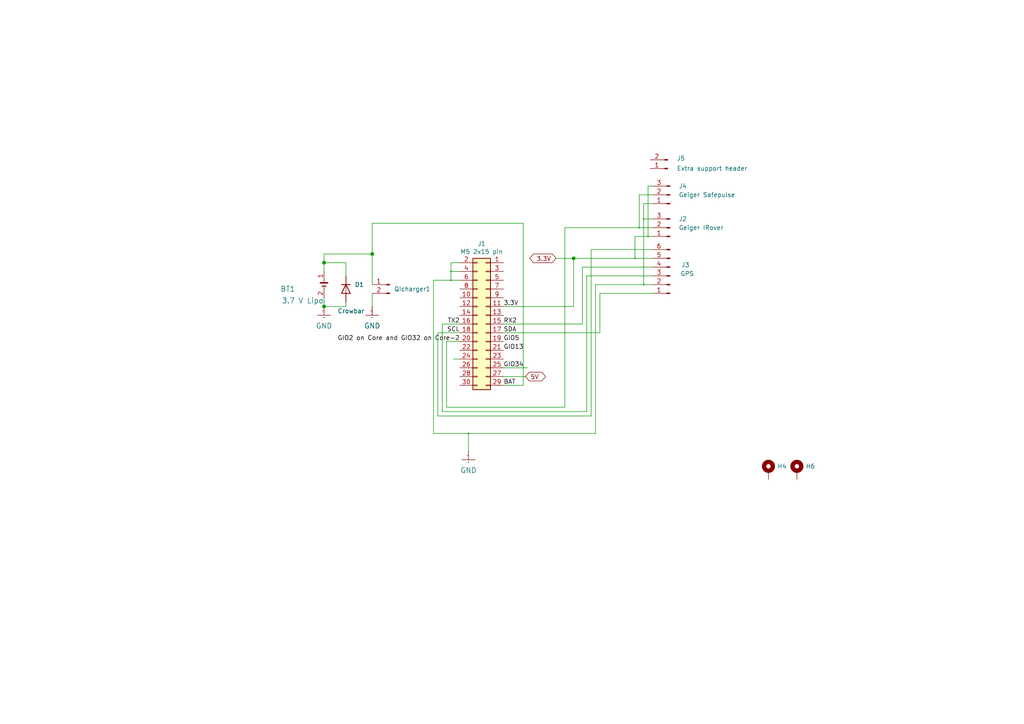
<source format=kicad_sch>
(kicad_sch (version 20240417) (generator "eeschema") (generator_version "8.99")
  (paper "A4")
  (title_block (title "bGeigieZen V4.0.5 rNFW") (date "2024-05-31") (rev "V4.0.5 NFW") (company "GitHub link at https://github.com/Safecast/bGeigieZen") (comment 1 "Not For Whimps version"))
  (lib_symbols
    (symbol "Connector:Conn_01x02_Male" (pin_names hide)
      (symbol "Conn_01x02_Male_1_1"
        (rectangle (start 0.8636 0.127) (end 0 -0.127) (fill (type outline)))
        (rectangle (start 0.8636 -2.413) (end 0 -2.667) (fill (type outline)))
        (polyline (pts (xy 1.27 0) (xy 0.8636 0)))
        (polyline (pts (xy 1.27 -2.54) (xy 0.8636 -2.54)))
        (pin passive line (at 5.08 0 180) (length 3.81) (name "Pin_1") (number "1"))
        (pin passive line (at 5.08 -2.54 180) (length 3.81) (name "Pin_2") (number "2"))
      )
    )
    (symbol "Connector:Conn_01x02_Male_1" (pin_names (offset 1.016) hide)
      (property "Reference" "J" (at 0 2.54 0))
      (property "Value" "Conn_01x02_Male" (at 0 -5.08 0))
      (symbol "Conn_01x02_Male_1_1_1"
        (rectangle (start 0.8636 0.127) (end 0 -0.127) (stroke (width 0.1524)) (fill (type outline)))
        (rectangle (start 0.8636 -2.413) (end 0 -2.667) (stroke (width 0.1524)) (fill (type outline)))
        (polyline (pts (xy 1.27 0) (xy 0.8636 0)) (stroke (width 0.1524)))
        (polyline (pts (xy 1.27 -2.54) (xy 0.8636 -2.54)) (stroke (width 0.1524)))
        (pin passive line (at 5.08 0 180) (length 3.81) (name "Pin_1") (number "1"))
        (pin passive line (at 5.08 -2.54 180) (length 3.81) (name "Pin_2") (number "2"))
      )
    )
    (symbol "Connector:Conn_01x03_Male" (pin_names hide)
      (property "Reference" "J" (at 0 5.08 0))
      (property "Value" "Conn_01x03_Male" (at 0 -5.08 0))
      (symbol "Conn_01x03_Male_1_1"
        (rectangle (start 0.8636 2.667) (end 0 2.413) (stroke (width 0.1524)) (fill (type outline)))
        (rectangle (start 0.8636 0.127) (end 0 -0.127) (stroke (width 0.1524)) (fill (type outline)))
        (rectangle (start 0.8636 -2.413) (end 0 -2.667) (stroke (width 0.1524)) (fill (type outline)))
        (polyline (pts (xy 1.27 2.54) (xy 0.8636 2.54)) (stroke (width 0.1524)))
        (polyline (pts (xy 1.27 0) (xy 0.8636 0)) (stroke (width 0.1524)))
        (polyline (pts (xy 1.27 -2.54) (xy 0.8636 -2.54)) (stroke (width 0.1524)))
        (pin passive line (at 5.08 2.54 180) (length 3.81) (name "Pin_1") (number "1"))
        (pin passive line (at 5.08 0 180) (length 3.81) (name "Pin_2") (number "2"))
        (pin passive line (at 5.08 -2.54 180) (length 3.81) (name "Pin_3") (number "3"))
      )
    )
    (symbol "Connector:Conn_01x06_Male" (pin_names (offset 1.016) hide)
      (property "Reference" "J" (at 0 7.62 0))
      (property "Value" "Conn_01x06_Male" (at 0 -10.16 0))
      (symbol "Conn_01x06_Male_1_1"
        (rectangle (start 0.8636 5.207) (end 0 4.953) (stroke (width 0.1524)) (fill (type outline)))
        (rectangle (start 0.8636 2.667) (end 0 2.413) (stroke (width 0.1524)) (fill (type outline)))
        (rectangle (start 0.8636 0.127) (end 0 -0.127) (stroke (width 0.1524)) (fill (type outline)))
        (rectangle (start 0.8636 -2.413) (end 0 -2.667) (stroke (width 0.1524)) (fill (type outline)))
        (rectangle (start 0.8636 -4.953) (end 0 -5.207) (stroke (width 0.1524)) (fill (type outline)))
        (rectangle (start 0.8636 -7.493) (end 0 -7.747) (stroke (width 0.1524)) (fill (type outline)))
        (polyline (pts (xy 1.27 5.08) (xy 0.8636 5.08)) (stroke (width 0.1524)))
        (polyline (pts (xy 1.27 2.54) (xy 0.8636 2.54)) (stroke (width 0.1524)))
        (polyline (pts (xy 1.27 0) (xy 0.8636 0)) (stroke (width 0.1524)))
        (polyline (pts (xy 1.27 -2.54) (xy 0.8636 -2.54)) (stroke (width 0.1524)))
        (polyline (pts (xy 1.27 -5.08) (xy 0.8636 -5.08)) (stroke (width 0.1524)))
        (polyline (pts (xy 1.27 -7.62) (xy 0.8636 -7.62)) (stroke (width 0.1524)))
        (pin passive line (at 5.08 5.08 180) (length 3.81) (name "Pin_1") (number "1"))
        (pin passive line (at 5.08 2.54 180) (length 3.81) (name "Pin_2") (number "2"))
        (pin passive line (at 5.08 0 180) (length 3.81) (name "Pin_3") (number "3"))
        (pin passive line (at 5.08 -2.54 180) (length 3.81) (name "Pin_4") (number "4"))
        (pin passive line (at 5.08 -5.08 180) (length 3.81) (name "Pin_5") (number "5"))
        (pin passive line (at 5.08 -7.62 180) (length 3.81) (name "Pin_6") (number "6"))
      )
    )
    (symbol "Connector_Generic:Conn_02x15_Odd_Even" (pin_names hide)
      (property "Reference" "J" (at 1.27 20.32 0))
      (property "Value" "Conn_02x15_Odd_Even" (at 1.27 -20.32 0))
      (symbol "Conn_02x15_Odd_Even_1_1"
        (rectangle (start -1.27 19.05) (end 3.81 -19.05) (stroke (width 0.254)) (fill (type background)))
        (rectangle (start -1.27 17.907) (end 0 17.653))
        (rectangle (start -1.27 15.367) (end 0 15.113))
        (rectangle (start -1.27 12.827) (end 0 12.573))
        (rectangle (start -1.27 10.287) (end 0 10.033))
        (rectangle (start -1.27 7.747) (end 0 7.493))
        (rectangle (start -1.27 5.207) (end 0 4.953))
        (rectangle (start -1.27 2.667) (end 0 2.413))
        (rectangle (start -1.27 0.127) (end 0 -0.127))
        (rectangle (start -1.27 -2.413) (end 0 -2.667))
        (rectangle (start -1.27 -4.953) (end 0 -5.207))
        (rectangle (start -1.27 -7.493) (end 0 -7.747))
        (rectangle (start -1.27 -10.033) (end 0 -10.287))
        (rectangle (start -1.27 -12.573) (end 0 -12.827))
        (rectangle (start -1.27 -15.113) (end 0 -15.367))
        (rectangle (start -1.27 -17.653) (end 0 -17.907))
        (rectangle (start 3.81 17.907) (end 2.54 17.653))
        (rectangle (start 3.81 15.367) (end 2.54 15.113))
        (rectangle (start 3.81 12.827) (end 2.54 12.573))
        (rectangle (start 3.81 10.287) (end 2.54 10.033))
        (rectangle (start 3.81 7.747) (end 2.54 7.493))
        (rectangle (start 3.81 5.207) (end 2.54 4.953))
        (rectangle (start 3.81 2.667) (end 2.54 2.413))
        (rectangle (start 3.81 0.127) (end 2.54 -0.127))
        (rectangle (start 3.81 -2.413) (end 2.54 -2.667))
        (rectangle (start 3.81 -4.953) (end 2.54 -5.207))
        (rectangle (start 3.81 -7.493) (end 2.54 -7.747))
        (rectangle (start 3.81 -10.033) (end 2.54 -10.287))
        (rectangle (start 3.81 -12.573) (end 2.54 -12.827))
        (rectangle (start 3.81 -15.113) (end 2.54 -15.367))
        (rectangle (start 3.81 -17.653) (end 2.54 -17.907))
        (pin passive line (at -5.08 17.78 0) (length 3.81) (name "Pin_1") (number "1"))
        (pin passive line (at 7.62 7.62 180) (length 3.81) (name "Pin_10") (number "10"))
        (pin passive line (at -5.08 5.08 0) (length 3.81) (name "Pin_11") (number "11"))
        (pin passive line (at 7.62 5.08 180) (length 3.81) (name "Pin_12") (number "12"))
        (pin passive line (at -5.08 2.54 0) (length 3.81) (name "Pin_13") (number "13"))
        (pin passive line (at 7.62 2.54 180) (length 3.81) (name "Pin_14") (number "14"))
        (pin passive line (at -5.08 0 0) (length 3.81) (name "Pin_15") (number "15"))
        (pin passive line (at 7.62 0 180) (length 3.81) (name "Pin_16") (number "16"))
        (pin passive line (at -5.08 -2.54 0) (length 3.81) (name "Pin_17") (number "17"))
        (pin passive line (at 7.62 -2.54 180) (length 3.81) (name "Pin_18") (number "18"))
        (pin passive line (at -5.08 -5.08 0) (length 3.81) (name "Pin_19") (number "19"))
        (pin passive line (at 7.62 17.78 180) (length 3.81) (name "Pin_2") (number "2"))
        (pin passive line (at 7.62 -5.08 180) (length 3.81) (name "Pin_20") (number "20"))
        (pin passive line (at -5.08 -7.62 0) (length 3.81) (name "Pin_21") (number "21"))
        (pin passive line (at 7.62 -7.62 180) (length 3.81) (name "Pin_22") (number "22"))
        (pin passive line (at -5.08 -10.16 0) (length 3.81) (name "Pin_23") (number "23"))
        (pin passive line (at 7.62 -10.16 180) (length 3.81) (name "Pin_24") (number "24"))
        (pin passive line (at -5.08 -12.7 0) (length 3.81) (name "Pin_25") (number "25"))
        (pin passive line (at 7.62 -12.7 180) (length 3.81) (name "Pin_26") (number "26"))
        (pin passive line (at -5.08 -15.24 0) (length 3.81) (name "Pin_27") (number "27"))
        (pin passive line (at 7.62 -15.24 180) (length 3.81) (name "Pin_28") (number "28"))
        (pin passive line (at -5.08 -17.78 0) (length 3.81) (name "Pin_29") (number "29"))
        (pin passive line (at -5.08 15.24 0) (length 3.81) (name "Pin_3") (number "3"))
        (pin passive line (at 7.62 -17.78 180) (length 3.81) (name "Pin_30") (number "30"))
        (pin passive line (at 7.62 15.24 180) (length 3.81) (name "Pin_4") (number "4"))
        (pin passive line (at -5.08 12.7 0) (length 3.81) (name "Pin_5") (number "5"))
        (pin passive line (at 7.62 12.7 180) (length 3.81) (name "Pin_6") (number "6"))
        (pin passive line (at -5.08 10.16 0) (length 3.81) (name "Pin_7") (number "7"))
        (pin passive line (at 7.62 10.16 180) (length 3.81) (name "Pin_8") (number "8"))
        (pin passive line (at -5.08 7.62 0) (length 3.81) (name "Pin_9") (number "9"))
      )
    )
    (symbol "Device:D" (pin_numbers hide) (pin_names (offset 1.016) hide)
      (property "Reference" "D" (at 0 2.54 0))
      (property "Value" "D" (at 0 -2.54 0))
      (symbol "D_0_1"
        (polyline (pts (xy -1.27 1.27) (xy -1.27 -1.27)) (stroke (width 0.254)))
        (polyline (pts (xy 1.27 1.27) (xy 1.27 -1.27) (xy -1.27 0) (xy 1.27 1.27)) (stroke (width 0.254)))
        (polyline (pts (xy 1.27 0) (xy -1.27 0)))
      )
      (symbol "D_1_1"
        (pin passive line (at -3.81 0 0) (length 2.54) (name "K") (number "1"))
        (pin passive line (at 3.81 0 180) (length 2.54) (name "A") (number "2"))
      )
    )
    (symbol "Mechanical:MountingHole_Pad" (pin_numbers hide) (pin_names hide)
      (property "Reference" "H" (at 0 6.35 0))
      (property "Value" "MountingHole_Pad" (at 0 4.445 0))
      (symbol "MountingHole_Pad_0_1"
        (circle (center 0 1.27) (radius 1.27) (stroke (width 1.27)))
      )
      (symbol "MountingHole_Pad_1_1"
        (pin input line (at 0 -2.54 90) (length 2.54) (name "1") (number "1"))
      )
    )
    (symbol "bGeigieRaku-V2-rescue:BATTERY-akizuki-M5_board-rescue" (pin_names hide)
      (property "Reference" "BT" (at 0 -7.62 0))
      (property "Value" "BATTERY-akizuki-M5_board-rescue" (at 0 6.35 0))
      (symbol "BATTERY-akizuki-M5_board-rescue_0_1"
        (rectangle (start -1.143 0.635) (end 1.143 0.381) (fill (type outline)))
        (rectangle (start -0.635 -0.381) (end 0.635 -0.508))
        (polyline (pts (xy 0 1.27) (xy 0 0.635)))
        (polyline (pts (xy 0 -0.508) (xy 0 -1.27)))
      )
      (symbol "BATTERY-akizuki-M5_board-rescue_1_1"
        (pin input line (at 0 3.81 270) (length 2.54) (name "+") (number "1"))
        (pin input line (at 0 -3.81 90) (length 2.54) (name "-") (number "2"))
      )
    )
    (symbol "bGeigieRaku-V2-rescue:GND-bGeigieNano_V1.1.5" (power)
      (property "Value" "GND-bGeigieNano_V1.1.5" (at 0 -0.254 0))
      (symbol "GND-bGeigieNano_V1.1.5_1_0"
        (polyline (pts (xy -1.905 0) (xy 1.905 0)))
        (pin power_in line (at 0 2.54 270) (length 2.54) (name "GND") (number "1"))
      )
    )
  )
  (junction (at 107.95 73.66))
  (junction (at 93.98 88.9))
  (junction (at 93.98 76.2))
  (junction (at 186.69 82.55) (diameter 0.3048))
  (junction (at 166.37 74.93))
  (junction (at 130.81 81.28) (diameter 0.3048))
  (junction (at 186.69 63.5) (diameter 0.3048))
  (junction (at 185.42 66.04) (diameter 0.3048))
  (junction (at 184.15 74.93) (diameter 0.3048))
  (junction (at 187.96 68.58) (diameter 0.3048))
  (junction (at 135.89 125.73) (diameter 0.3048))
  (junction (at 130.81 78.74) (diameter 0.3048))
  (wire (pts (xy 173.99 85.09) (xy 173.99 96.52)))
  (wire (pts (xy 127 96.52) (xy 133.35 96.52)))
  (wire (pts (xy 127 120.65) (xy 127 96.52)))
  (wire (pts (xy 186.69 59.055) (xy 189.23 59.055)))
  (wire (pts (xy 186.69 82.55) (xy 172.72 82.55)))
  (wire (pts (xy 130.81 78.74) (xy 133.35 78.74)))
  (wire (pts (xy 189.23 85.09) (xy 173.99 85.09)))
  (wire (pts (xy 100.33 87.63) (xy 100.33 88.9)))
  (wire (pts (xy 135.89 125.73) (xy 135.89 130.81)))
  (wire (pts (xy 135.89 125.73) (xy 172.72 125.73)))
  (wire (pts (xy 107.95 64.77) (xy 151.765 64.77)))
  (wire (pts (xy 146.05 109.22) (xy 152.4 109.22)))
  (wire (pts (xy 151.765 111.76) (xy 146.05 111.76)))
  (wire (pts (xy 130.81 81.28) (xy 133.35 81.28)))
  (wire (pts (xy 161.29 74.93) (xy 166.37 74.93)))
  (wire (pts (xy 189.23 66.04) (xy 185.42 66.04)))
  (wire (pts (xy 93.98 86.36) (xy 93.98 88.9)))
  (wire (pts (xy 146.05 96.52) (xy 173.99 96.52)))
  (wire (pts (xy 130.81 78.74) (xy 130.81 76.2)))
  (wire (pts (xy 170.18 119.38) (xy 128.27 119.38)))
  (wire (pts (xy 168.91 93.98) (xy 146.05 93.98)))
  (wire (pts (xy 125.73 125.73) (xy 125.73 81.28)))
  (wire (pts (xy 129.54 118.11) (xy 163.83 118.11)))
  (wire (pts (xy 128.27 93.98) (xy 133.35 93.98)))
  (wire (pts (xy 186.69 82.55) (xy 186.69 63.5)))
  (wire (pts (xy 100.33 80.01) (xy 100.33 76.2)))
  (wire (pts (xy 184.15 74.93) (xy 184.15 68.58)))
  (wire (pts (xy 125.73 125.73) (xy 135.89 125.73)))
  (wire (pts (xy 187.96 53.975) (xy 187.96 68.58)))
  (wire (pts (xy 133.35 104.14) (xy 131.445 104.14)))
  (wire (pts (xy 129.54 118.11) (xy 129.54 99.06)))
  (wire (pts (xy 163.83 66.04) (xy 185.42 66.04)))
  (wire (pts (xy 107.95 64.77) (xy 107.95 73.66)))
  (wire (pts (xy 130.81 81.28) (xy 130.81 78.74)))
  (wire (pts (xy 125.73 81.28) (xy 130.81 81.28)))
  (wire (pts (xy 171.45 72.39) (xy 189.23 72.39)))
  (wire (pts (xy 170.18 80.01) (xy 170.18 119.38)))
  (wire (pts (xy 189.23 77.47) (xy 168.91 77.47)))
  (wire (pts (xy 185.42 56.515) (xy 185.42 66.04)))
  (wire (pts (xy 189.23 56.515) (xy 185.42 56.515)))
  (wire (pts (xy 146.05 88.9) (xy 166.37 88.9)))
  (wire (pts (xy 163.83 66.04) (xy 163.83 118.11)))
  (wire (pts (xy 107.95 85.09) (xy 107.95 88.9)))
  (wire (pts (xy 107.95 73.66) (xy 107.95 82.55)))
  (wire (pts (xy 172.72 82.55) (xy 172.72 125.73)))
  (wire (pts (xy 171.45 72.39) (xy 171.45 120.65)))
  (wire (pts (xy 93.98 73.66) (xy 93.98 76.2)))
  (wire (pts (xy 93.98 76.2) (xy 93.98 78.74)))
  (wire (pts (xy 93.98 73.66) (xy 107.95 73.66)))
  (wire (pts (xy 130.81 76.2) (xy 133.35 76.2)))
  (wire (pts (xy 187.96 53.975) (xy 189.23 53.975)))
  (wire (pts (xy 189.23 82.55) (xy 186.69 82.55)))
  (wire (pts (xy 128.27 119.38) (xy 128.27 93.98)))
  (wire (pts (xy 168.91 77.47) (xy 168.91 93.98)))
  (wire (pts (xy 184.15 68.58) (xy 187.96 68.58)))
  (wire (pts (xy 187.96 68.58) (xy 189.23 68.58)))
  (wire (pts (xy 129.54 99.06) (xy 133.35 99.06)))
  (wire (pts (xy 166.37 74.93) (xy 184.15 74.93)))
  (wire (pts (xy 186.69 63.5) (xy 186.69 59.055)))
  (wire (pts (xy 151.765 64.77) (xy 151.765 111.76)))
  (wire (pts (xy 100.33 76.2) (xy 93.98 76.2)))
  (wire (pts (xy 166.37 74.93) (xy 166.37 88.9)))
  (wire (pts (xy 184.15 74.93) (xy 189.23 74.93)))
  (wire (pts (xy 189.23 80.01) (xy 170.18 80.01)))
  (wire (pts (xy 146.05 106.68) (xy 153.035 106.68)))
  (wire (pts (xy 100.33 88.9) (xy 93.98 88.9)))
  (wire (pts (xy 171.45 120.65) (xy 127 120.65)))
  (wire (pts (xy 186.69 63.5) (xy 189.23 63.5)))
  (label "SDA" (at 146.05 96.52 0))
  (label "TX2" (at 133.35 93.98 180))
  (label "GIO13" (at 146.05 101.6 0))
  (label "GIO34" (at 146.05 106.68 0))
  (label "GIO2 on Core and GIO32 on Core-2" (at 133.35 99.06 180))
  (label "3.3V" (at 146.05 88.9 0))
  (label "SCL" (at 133.35 96.52 180))
  (label "GIO5" (at 146.05 99.06 0))
  (label "BAT" (at 146.05 111.76 0))
  (label "RX2" (at 146.05 93.98 0))
  (global_label "3.3V" (shape bidirectional) (at 161.29 74.93 180) (property "Intersheetrefs" "${INTERSHEET_REFS}" (effects (hide yes))))
  (global_label "5V" (shape bidirectional) (at 152.4 109.22 0) (property "Intersheetrefs" "${INTERSHEET_REFS}" (effects (hide yes))))
  (symbol (lib_id "Connector_Generic:Conn_02x15_Odd_Even") (at 140.97 93.98 0) (mirror y) (unit 1)
    (property "Reference" "J1" (at 139.7 70.6882 0))
    (property "Value" "M5 2x15 pin" (at 139.7 72.9996 0))
    (property "Footprint" "Connector_PinHeader_2.54mm:PinHeader_2x15_P2.54mm_Vertical" (effects (hide yes)))
    (property "Datasheet" "Hirosugi Instruments: PSM-4200233-15" (effects (hide yes)))
  )
  (symbol (lib_id "bGeigieRaku-V2-rescue:BATTERY-akizuki-M5_board-rescue") (at 93.98 82.55 0) (unit 1)
    (property "Reference" "BT1" (at 81.28 83.82 0) (effects (font (size 1.524 1.524)) (justify left)))
    (property "Value" " 3.7 V Lipo" (at 80.5275 87.2043 0) (effects (font (size 1.524 1.524)) (justify left)))
    (property "Footprint" "Library:BATTERY_18650-HOLDER" (effects (hide yes)))
  )
  (symbol (lib_id "Connector:Conn_01x06_Male") (at 194.31 80.01 180) (unit 1)
    (property "Reference" "J3" (at 200.025 76.835 0) (effects (justify left)))
    (property "Value" "GPS" (at 201.295 79.375 0) (effects (justify left)))
    (property "Footprint" "Connector_PinSocket_2.54mm:PinSocket_1x06_P2.54mm_Vertical" (effects (hide yes)))
  )
  (symbol (lib_id "Connector:Conn_01x03_Male") (at 194.31 66.04 180) (unit 1)
    (property "Reference" "J2" (at 196.85 63.5 0) (effects (justify right)))
    (property "Value" "Geiger IRover" (at 196.85 66.04 0) (effects (justify right)))
    (property "Footprint" "Connector_PinHeader_2.54mm:PinHeader_1x03_P2.54mm_Vertical" (effects (hide yes)))
  )
  (symbol (lib_id "bGeigieRaku-V2-rescue:GND-bGeigieNano_V1.1.5") (at 135.89 133.35 0) (unit 1)
    (property "Reference" "#GND01" (effects (hide yes)))
    (property "Value" "GND" (at 135.89 136.4234 0) (effects (font (size 1.4986 1.4986))))
  )
  (symbol (lib_id "Mechanical:MountingHole_Pad") (at 222.885 136.525 0) (unit 1)
    (property "Reference" "H4" (at 225.425 135.255 0) (effects (justify left)))
    (property "Value" "MountingHole_Pad" (effects (hide yes)))
    (property "Footprint" "MountingHole:MountingHole_3.2mm_M3" (effects (hide yes)))
  )
  (symbol (lib_id "Connector:Conn_01x02_Male") (at 113.03 82.55 0) (mirror y) (unit 1)
    (property "Reference" "QIcharger1" (at 114.3 83.82 0) (effects (justify right)))
    (property "Value" "QI GND" (effects (hide yes)))
    (property "Footprint" "Connector_JST:JST_PH_B2B-PH-K_1x02_P2.00mm_Vertical" (effects (hide yes)))
  )
  (symbol (lib_id "Mechanical:MountingHole_Pad") (at 231.14 136.525 0) (unit 1)
    (property "Reference" "H6" (at 233.68 135.255 0) (effects (justify left)))
    (property "Value" "MountingHole_Pad" (effects (hide yes)))
    (property "Footprint" "MountingHole:MountingHole_3.2mm_M3" (effects (hide yes)))
  )
  (symbol (lib_id "Device:D") (at 100.33 83.82 270) (unit 1)
    (property "Reference" "D1" (at 102.87 82.5499 90) (effects (justify left)))
    (property "Value" "Crowbar" (at 97.9131 90.1956 90) (effects (justify left)))
    (property "Footprint" "Diode_THT:D_DO-201_P15.24mm_Horizontal" (effects (hide yes)))
    (property "Description" "Diode" (effects (hide yes)))
    (property "Sim.Device" "D" (effects (hide yes)))
    (property "Sim.Pins" "1=K 2=A" (effects (hide yes)))
  )
  (symbol (lib_id "bGeigieRaku-V2-rescue:GND-bGeigieNano_V1.1.5") (at 107.95 91.44 0) (unit 1)
    (property "Reference" "#GND02" (effects (hide yes)))
    (property "Value" "GND" (at 107.95 94.5134 0) (effects (font (size 1.4986 1.4986))))
  )
  (symbol (lib_id "Connector:Conn_01x03_Male") (at 194.31 56.515 180) (unit 1)
    (property "Reference" "J4" (at 196.85 53.975 0) (effects (justify right)))
    (property "Value" "Geiger Safepulse" (at 196.85 56.515 0) (effects (justify right)))
    (property "Footprint" "Connector_PinHeader_2.54mm:PinHeader_1x03_P2.54mm_Vertical" (effects (hide yes)))
  )
  (symbol (lib_name "Connector:Conn_01x02_Male_1") (lib_id "Connector:Conn_01x02_Male") (at 193.675 48.895 180) (unit 1)
    (property "Reference" "J5" (at 196.2913 45.9168 0) (effects (justify right)))
    (property "Value" "Extra support header" (at 196.2913 48.8505 0) (effects (justify right)))
    (property "Footprint" "Connector_PinHeader_2.54mm:PinHeader_1x02_P2.54mm_Vertical" (effects (hide yes)))
  )
  (symbol (lib_id "bGeigieRaku-V2-rescue:GND-bGeigieNano_V1.1.5") (at 93.98 91.44 0) (unit 1)
    (property "Reference" "#GND03" (effects (hide yes)))
    (property "Value" "GND" (at 93.98 94.5134 0) (effects (font (size 1.4986 1.4986))))
  )
)
</source>
